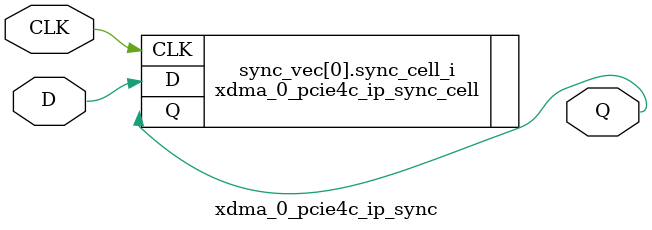
<source format=v>

`timescale 1ps / 1ps

(* DowngradeIPIdentifiedWarnings = "yes" *)
module xdma_0_pcie4c_ip_sync #
(
    parameter integer WIDTH = 1, 
    parameter integer STAGE = 3
)
(
    //-------------------------------------------------------------------------- 
    //  Input Ports
    //-------------------------------------------------------------------------- 
    input                               CLK,
    input       [WIDTH-1:0]             D,
    
    //-------------------------------------------------------------------------- 
    //  Output Ports
    //-------------------------------------------------------------------------- 
    output      [WIDTH-1:0]             Q
);                                                        



//--------------------------------------------------------------------------------------------------
//  Generate Synchronizer - Begin
//--------------------------------------------------------------------------------------------------
genvar i;

generate for (i=0; i<WIDTH; i=i+1) 

    begin : sync_vec

    //----------------------------------------------------------------------
    //  Synchronizer
    //----------------------------------------------------------------------
    xdma_0_pcie4c_ip_sync_cell #
    (
        .STAGE                          (STAGE)
    )    
    sync_cell_i
    (
        //------------------------------------------------------------------
        //  Input Ports
        //------------------------------------------------------------------
        .CLK                            (CLK),
        .D                              (D[i]),

        //------------------------------------------------------------------
        //  Output Ports
        //------------------------------------------------------------------
        .Q                              (Q[i])
    );
 
    end   
      
endgenerate 
//--------------------------------------------------------------------------------------------------
//  Generate - End
//--------------------------------------------------------------------------------------------------



endmodule

</source>
